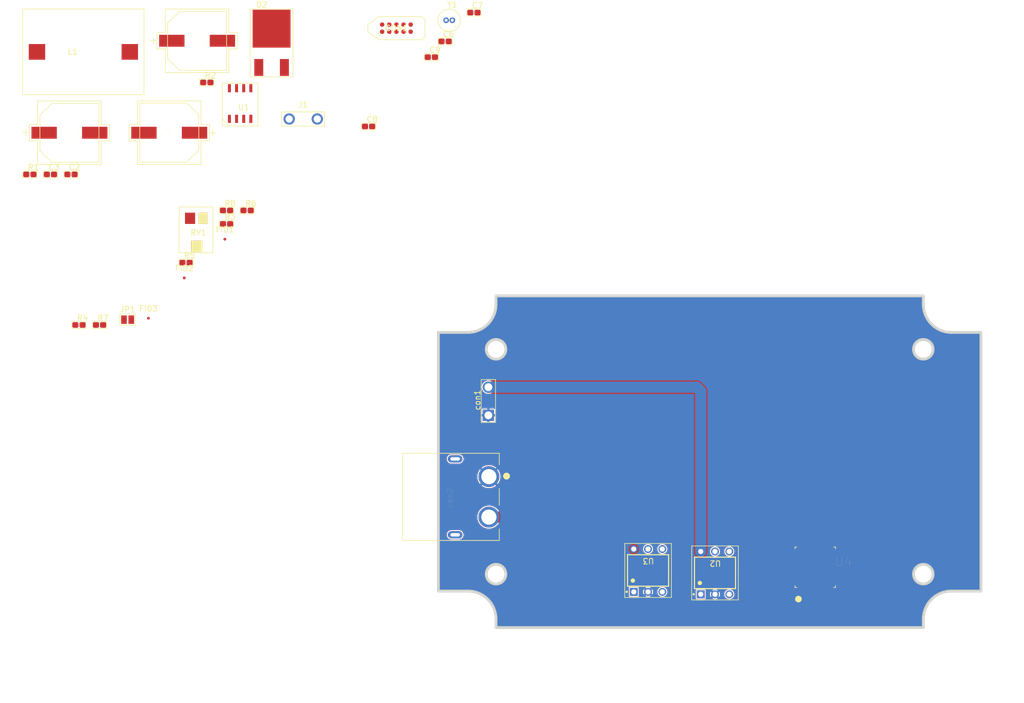
<source format=kicad_pcb>
(kicad_pcb (version 20210623) (generator pcbnew)
  (layers (0 "F.Cu" signal) (31 "B.Cu" signal) (34 "B.Paste" user) (35 "F.Paste" user) (36 "B.SilkS" user "B.Silkscreen") (37 "F.SilkS" user "F.Silkscreen") (38 "B.Mask" user) (39 "F.Mask" user) (44 "Edge.Cuts" user))
  (net 0 "")
  (net 1 "/dcdc/VIN")
  (net 2 "GND")
  (net 3 "Net-(C2-Pad1)")
  (net 4 "Net-(C3-Pad1)")
  (net 5 "Net-(C3-Pad2)")
  (net 6 "+3V3")
  (net 7 "/microcontroller/OSC_32_IN")
  (net 8 "/microcontroller/OSC_32_OUT")
  (net 9 "/microcontroller/SWDIO")
  (net 10 "/microcontroller/SWDCLK")
  (net 14 "/microcontroller/RST")
  (net 15 "/VM1")
  (net 16 "Net-(JP1-Pad1)")
  (net 17 "Net-(R1-Pad2)")
  (net 18 "Net-(R3-Pad1)")
  (net 19 "/VM0")
  (net 20 "Net-(R5-Pad1)")
  (net 21 "Net-(R5-Pad2)")
  (net 22 "/microcontroller/SSR1")
  (net 23 "Net-(R7-Pad2)")
  (net 24 "/microcontroller/SSR0")
  (net 25 "Net-(R8-Pad2)")
  (footprint "vanalles:0603" (layer "F.Cu") (at 69.235 62.640392)
    (fp_text reference "R5" (at 0.635 -1.265) (layer "F.SilkS"))
    (fp_text value "900K")
    (fp_line (start -1.27 0.64) (end -1.27 0.005) (layer "F.SilkS") (width 0.12))
    (fp_line (start -1.27 -0.63) (end 1.27 -0.63) (layer "F.SilkS") (width 0.12))
    (fp_line (start 1.27 -0.63) (end 1.27 0.64) (layer "F.SilkS") (width 0.12))
    (fp_line (start -1.27 0.005) (end -1.27 -0.63) (layer "F.SilkS") (width 0.12))
    (fp_line (start 1.27 0.64) (end -1.27 0.64) (layer "F.SilkS") (width 0.12))
    (pad "1" smd roundrect (at -0.635 0.005 90) (size 1 1.1) (layers "F.Cu" "F.Paste" "F.Mask") (net 20 "Net-(R5-Pad1)"))
    (pad "2" smd roundrect (at 0.635 0.005 90) (size 1 1.1) (layers "F.Cu" "F.Paste" "F.Mask") (net 21 "Net-(R5-Pad2)"))
  )
  (footprint "vanalles:crystal tht" (layer "F.Cu") (at 115.505 19.540392)
    (fp_text reference "Y1" (at 1.1 -2.75 unlocked) (layer "F.SilkS"))
    (fp_text value "32khz")
    (fp_circle (center 0.55 0) (end 2.55 0) (layer "F.SilkS") (width 0.12) (fill none))
    (fp_circle (center 1.65 1.1) (end 1.65 1.1) (layer "F.SilkS") (width 0.12) (fill none))
    (pad "1" thru_hole circle (at 0 0) (size 1 1) (drill 0.5) (layers *.Cu *.Mask) (net 8 "/microcontroller/OSC_32_OUT"))
    (pad "2" thru_hole circle (at 1.1 0) (size 1 1) (drill 0.5) (layers *.Cu *.Mask) (net 7 "/microcontroller/OSC_32_IN"))
  )
  (footprint "vanalles:CAPAE1030X1050D1200L350X90N" (layer "F.Cu") (at 48.5 39.540392)
    (fp_text reference "C4" (at 0.645 0.26) (layer "F.SilkS") (effects (font (size 1.574803 1.574803) (thickness 0.015))))
    (fp_text value "68uF/10V")
    (fp_line (start 7.145 -1.44) (end 7.145 1.46) (layer "F.SilkS") (width 0.12))
    (fp_line (start -5.655 1.46) (end -7.155 1.46) (layer "F.SilkS") (width 0.12))
    (fp_line (start 5.245 -5.24) (end 5.245 -1.04) (layer "F.SilkS") (width 0.12))
    (fp_line (start -5.255 -1.24) (end -5.255 -3.14) (layer "F.SilkS") (width 0.12))
    (fp_line (start -7.155 1.46) (end -7.155 -1.44) (layer "F.SilkS") (width 0.12))
    (fp_line (start 5.645 1.46) (end 5.645 5.66) (layer "F.SilkS") (width 0.12))
    (fp_line (start 5.645 -1.44) (end 7.145 -1.44) (layer "F.SilkS") (width 0.12))
    (fp_line (start -5.255 3.16) (end -5.255 -1.24) (layer "F.SilkS") (width 0.12))
    (fp_line (start -7.755 0.46) (end -7.755 0.56) (layer "F.SilkS") (width 0.12))
    (fp_line (start -8.255 -0.04) (end -7.355 -0.04) (layer "F.SilkS") (width 0.12))
    (fp_line (start -3.055 -5.24) (end 5.245 -5.24) (layer "F.SilkS") (width 0.12))
    (fp_line (start 5.245 5.26) (end -3.155 5.26) (layer "F.SilkS") (width 0.12))
    (fp_line (start -7.155 -1.44) (end -5.655 -1.44) (layer "F.SilkS") (width 0.12))
    (fp_line (start -5.255 -3.14) (end -3.055 -5.24) (layer "F.SilkS") (width 0.12))
    (fp_line (start -7.755 -0.54) (end -7.755 0.46) (layer "F.SilkS") (width 0.12))
    (fp_line (start 7.145 1.46) (end 5.645 1.46) (layer "F.SilkS") (width 0.12))
    (fp_line (start 5.245 -1.04) (end 5.245 5.26) (layer "F.SilkS") (width 0.12))
    (fp_line (start 5.645 5.66) (end -5.655 5.66) (layer "F.SilkS") (width 0.12))
    (fp_line (start -5.655 -1.44) (end -5.655 -5.64) (layer "F.SilkS") (width 0.12))
    (fp_line (start -5.655 5.66) (end -5.655 1.46) (layer "F.SilkS") (width 0.12))
    (fp_line (start 5.645 -5.64) (end 5.645 -1.44) (layer "F.SilkS") (width 0.12))
    (fp_line (start -3.155 5.26) (end -5.255 3.16) (layer "F.SilkS") (width 0.12))
    (fp_line (start -5.655 -5.64) (end 5.645 -5.64) (layer "F.SilkS") (width 0.12))
    (pad "1" smd rect (at -4.5 0) (size 4.51 2.12) (layers "F.Cu" "F.Paste" "F.Mask") (net 6 "+3V3"))
    (pad "2" smd rect (at 4.5 0) (size 4.51 2.12) (layers "F.Cu" "F.Paste" "F.Mask") (net 2 "GND"))
  )
  (footprint "connectors_user:Tag-Connect_TC2050-IDC-NL_2x05_P1.27mm_Vertical" (layer "F.Cu") (at 106.658 20.940392)
    (fp_text reference "CON1" (at 0 0) (layer "F.SilkS"))
    (fp_text value "jtag")
    (fp_line (start -3.175 1.27) (end -3.175 0.635) (layer "F.SilkS") (width 0.12))
    (fp_line (start -2.54 1.27) (end -3.175 1.27) (layer "F.SilkS") (width 0.12))
    (fp_line (start -5.08 -0.65) (end -3.1 -2.05) (layer "F.SilkS") (width 0.12))
    (fp_line (start 4.48 2.05) (end 5.08 1.45) (layer "F.SilkS") (width 0.12))
    (fp_line (start -5.08 0.65) (end -5.08 -0.65) (layer "F.SilkS") (width 0.12))
    (fp_line (start 4.48 -2.05) (end 5.08 -1.45) (layer "F.SilkS") (width 0.12))
    (fp_line (start 5.08 -1.45) (end 5.08 1.45) (layer "F.SilkS") (width 0.12))
    (fp_line (start 4.48 2.05) (end -3.1 2.05) (layer "F.SilkS") (width 0.12))
    (fp_line (start -3.1 -2.05) (end 4.48 -2.05) (layer "F.SilkS") (width 0.12))
    (fp_line (start -3.1 2.05) (end -5.08 0.65) (layer "F.SilkS") (width 0.12))
    (pad "" np_thru_hole circle (at -3.81 0) (size 0.9906 0.9906) (drill 0.9906) (layers *.Cu *.Mask))
    (pad "" np_thru_hole circle (at 3.81 -1.016) (size 0.9906 0.9906) (drill 0.9906) (layers *.Cu *.Mask))
    (pad "" np_thru_hole circle (at 3.81 1.016) (size 0.9906 0.9906) (drill 0.9906) (layers *.Cu *.Mask))
    (pad "1" connect circle (at -2.54 0.635) (size 0.7874 0.7874) (layers "F.Cu" "F.Mask") (net 6 "+3V3"))
    (pad "2" connect circle (at -1.27 0.635) (size 0.7874 0.7874) (layers "F.Cu" "F.Mask") (net 9 "/microcontroller/SWDIO"))
    (pad "3" connect circle (at 0 0.635) (size 0.7874 0.7874) (layers "F.Cu" "F.Mask") (net 2 "GND"))
    (pad "4" connect circle (at 1.27 0.635) (size 0.7874 0.7874) (layers "F.Cu" "F.Mask") (net 10 "/microcontroller/SWDCLK"))
    (pad "5" connect circle (at 2.54 0.635) (size 0.7874 0.7874) (layers "F.Cu" "F.Mask") (net 2 "GND"))
    (pad "6" connect circle (at 2.54 -0.635) (size 0.7874 0.7874) (layers "F.Cu" "F.Mask"))
    (pad "7" connect circle (at 1.27 -0.635) (size 0.7874 0.7874) (layers "F.Cu" "F.Mask"))
    (pad "8" connect circle (at 0 -0.635) (size 0.7874 0.7874) (layers "F.Cu" "F.Mask"))
    (pad "9" connect circle (at -1.27 -0.635) (size 0.7874 0.7874) (layers "F.Cu" "F.Mask") (net 2 "GND"))
    (pad "10" connect circle (at -2.54 -0.635) (size 0.7874 0.7874) (layers "F.Cu" "F.Mask") (net 14 "/microcontroller/RST"))
  )
  (footprint "vanalles:0603" (layer "F.Cu") (at 80.105 53.360392)
    (fp_text reference "R6" (at 0.635 -1.265) (layer "F.SilkS"))
    (fp_text value "58K")
    (fp_line (start -1.27 -0.63) (end 1.27 -0.63) (layer "F.SilkS") (width 0.12))
    (fp_line (start 1.27 -0.63) (end 1.27 0.64) (layer "F.SilkS") (width 0.12))
    (fp_line (start -1.27 0.64) (end -1.27 0.005) (layer "F.SilkS") (width 0.12))
    (fp_line (start -1.27 0.005) (end -1.27 -0.63) (layer "F.SilkS") (width 0.12))
    (fp_line (start 1.27 0.64) (end -1.27 0.64) (layer "F.SilkS") (width 0.12))
    (pad "1" smd roundrect (at -0.635 0.005 90) (size 1 1.1) (layers "F.Cu" "F.Paste" "F.Mask") (net 16 "Net-(JP1-Pad1)"))
    (pad "2" smd roundrect (at 0.635 0.005 90) (size 1 1.1) (layers "F.Cu" "F.Paste" "F.Mask") (net 2 "GND"))
  )
  (footprint "vanalles:SolderJumper-2_P1.3mm_Open_Pad1.0x1.5mm" (layer "F.Cu") (at 58.85 72.785392)
    (fp_text reference "JP1" (at 0 -1.8) (layer "F.SilkS"))
    (fp_text value "Jumper_2_Open")
    (fp_line (start 1.4 1) (end -1.4 1) (layer "F.SilkS") (width 0.12))
    (fp_line (start -1.4 -1) (end 1.4 -1) (layer "F.SilkS") (width 0.12))
    (fp_line (start -1.4 1) (end -1.4 -1) (layer "F.SilkS") (width 0.12))
    (fp_line (start 1.4 -1) (end 1.4 1) (layer "F.SilkS") (width 0.12))
    (pad "1" smd rect (at -0.65 0) (size 1 1.5) (layers "F.Cu" "F.Mask") (net 16 "Net-(JP1-Pad1)"))
    (pad "2" smd rect (at 0.65 0) (size 1 1.5) (layers "F.Cu" "F.Mask") (net 15 "/VM1"))
  )
  (footprint "vanalles:0603" (layer "F.Cu") (at 120.445 18.170392)
    (fp_text reference "C7" (at 0.635 -1.265) (layer "F.SilkS"))
    (fp_text value "1uF")
    (fp_line (start 1.27 0.64) (end -1.27 0.64) (layer "F.SilkS") (width 0.12))
    (fp_line (start -1.27 -0.63) (end 1.27 -0.63) (layer "F.SilkS") (width 0.12))
    (fp_line (start -1.27 0.005) (end -1.27 -0.63) (layer "F.SilkS") (width 0.12))
    (fp_line (start 1.27 -0.63) (end 1.27 0.64) (layer "F.SilkS") (width 0.12))
    (fp_line (start -1.27 0.64) (end -1.27 0.005) (layer "F.SilkS") (width 0.12))
    (pad "1" smd roundrect (at -0.635 0.005 90) (size 1 1.1) (layers "F.Cu" "F.Paste" "F.Mask") (net 6 "+3V3"))
    (pad "2" smd roundrect (at 0.635 0.005 90) (size 1 1.1) (layers "F.Cu" "F.Paste" "F.Mask") (net 2 "GND"))
  )
  (footprint "vanalles:3314G-1-201E bourns trimmer" (layer "F.Cu") (at 69.955 54.760392)
    (fp_text reference "RV1" (at 1.48 2.54 unlocked) (layer "F.SilkS"))
    (fp_text value "100K")
    (fp_line (start 4.04 6.13) (end -1.99 6.13) (layer "F.SilkS") (width 0.12))
    (fp_line (start 4.1 -2.01) (end 4.04 6.13) (layer "F.SilkS") (width 0.12))
    (fp_line (start -1.99 6.13) (end -1.91 -2.03) (layer "F.SilkS") (width 0.12))
    (fp_line (start -1.91 -2.03) (end 4.1 -2.01) (layer "F.SilkS") (width 0.12))
    (pad "1" smd rect (at 0 0) (size 1.8 2) (layers "F.Cu" "F.Paste" "F.Mask") (net 21 "Net-(R5-Pad2)"))
    (pad "2" smd rect (at 1.21 5) (size 2 2) (layers "F.Cu" "F.Paste" "F.SilkS" "F.Mask") (net 16 "Net-(JP1-Pad1)"))
    (pad "3" smd rect (at 2.3 0) (size 1.5 2) (layers "F.Cu" "F.Paste" "F.SilkS" "F.Mask") (net 16 "Net-(JP1-Pad1)"))
  )
  (footprint "halfgeleiders:DPAK" (layer "F.Cu") (at 84.465 23.570392)
    (fp_text reference "D2" (at -1.788 -6.792) (layer "F.SilkS"))
    (fp_text value "MBRM5100")
    (fp_line (start 3.8 1.336) (end 3.8 -6.03) (layer "F.SilkS") (width 0.12))
    (fp_line (start -3.82 6.035) (end 3.8 6.035) (layer "F.SilkS") (width 0.12))
    (fp_line (start 3.8 -6.03) (end -3.82 -6.03) (layer "F.SilkS") (width 0.12))
    (fp_line (start 3.8 6.035) (end 3.8 1.336) (layer "F.SilkS") (width 0.12))
    (fp_line (start -3.82 -6.03) (end -3.82 6.035) (layer "F.SilkS") (width 0.12))
    (pad "1" smd rect locked (at -2.28838 4.3586) (size 1.59766 2.99974) (layers "F.Cu" "F.Paste" "F.Mask") (net 2 "GND"))
    (pad "3" smd rect locked (at 2.26838 4.3586) (size 1.59766 2.99974) (layers "F.Cu" "F.Paste" "F.Mask") (net 2 "GND"))
    (pad "4" smd rect locked (at -0.01 -2.5375) (size 6.74 6.74) (layers "F.Cu" "F.Paste" "F.Mask") (net 5 "Net-(C3-Pad2)"))
  )
  (footprint "halfgeleiders:TLP3542" (layer "F.Cu") (at 151.48 117.37 90)
    (fp_text reference "U3" (at 1.67 0 180 unlocked) (layer "F.SilkS"))
    (fp_text value "TLP3542")
    (fp_line (start 4.77 -4.2) (end 4.76 4.09) (layer "F.SilkS") (width 0.12))
    (fp_line (start -4.84 -4.21) (end 4.77 -4.2) (layer "F.SilkS") (width 0.12))
    (fp_line (start -2.03 -2.66) (end -1.83 -2.76) (layer "F.SilkS") (width 0.2))
    (fp_line (start -1.63 -2.76) (end -1.73 -2.56) (layer "F.SilkS") (width 0.2))
    (fp_line (start -2.83 -3.71) (end 2.77 -3.71) (layer "F.SilkS") (width 0.2))
    (fp_line (start -1.83 -2.96) (end -1.63 -2.76) (layer "F.SilkS") (width 0.2))
    (fp_line (start 2.77 3.59) (end -2.83 3.59) (layer "F.SilkS") (width 0.2))
    (fp_line (start -2.03 -2.66) (end -1.83 -2.96) (layer "F.SilkS") (width 0.2))
    (fp_line (start -1.73 -2.56) (end -2.03 -2.66) (layer "F.SilkS") (width 0.2))
    (fp_line (start -4.83 4.08) (end -4.84 -4.21) (layer "F.SilkS") (width 0.12))
    (fp_line (start 4.76 4.09) (end -4.83 4.08) (layer "F.SilkS") (width 0.12))
    (fp_line (start 2.77 -3.71) (end 2.77 3.59) (layer "F.SilkS") (width 0.2))
    (fp_line (start -2.83 3.59) (end -2.83 -3.71) (layer "F.SilkS") (width 0.2))
    (fp_circle (center -1.83 -2.76) (end -1.547159 -2.76) (layer "F.SilkS") (width 0.2) (fill none))
    (fp_circle (center -3.83 -3.86) (end -3.73 -3.86) (layer "F.SilkS") (width 0.2) (fill none))
    (pad "1" thru_hole rect locked (at -3.84 -2.6 90) (size 1.4 1.4) (drill 0.9) (layers *.Cu *.Mask) (net 25 "Net-(R8-Pad2)"))
    (pad "2" thru_hole circle locked (at -3.84 -0.06 90) (size 1.4 1.4) (drill 0.9) (layers *.Cu *.Mask) (net 2 "GND"))
    (pad "3" thru_hole circle locked (at -3.84 2.48 90) (size 1.4 1.4) (drill 0.9) (layers *.Cu *.Mask))
    (pad "4" thru_hole circle locked (at 3.78 2.48 90) (size 1.4 1.4) (drill 0.9) (layers *.Cu *.Mask) (net 1 "/dcdc/VIN"))
    (pad "5" thru_hole circle locked (at 3.78 -0.06 90) (size 1.4 1.4) (drill 0.9) (layers *.Cu *.Mask))
    (pad "6" thru_hole circle locked (at 3.78 -2.6 90) (size 1.4 1.4) (drill 0.9) (layers *.Cu *.Mask) (net 20 "Net-(R5-Pad1)"))
  )
  (footprint "halfgeleiders:QFP32P80_900X900X160L60X37N" (layer "F.Cu") (at 181.16 116.828221)
    (fp_text reference "U4" (at 5 -1) (layer "F.SilkS") (effects (font (size 1.574803 1.574803) (thickness 0.015))))
    (fp_text value "STM32L052K6Tx")
    (fp_line (start -3.6 3.6) (end -3.6 3.27) (layer "F.SilkS") (width 0.12))
    (fp_line (start -3.6 -3.6) (end -3.6 -3.27) (layer "F.SilkS") (width 0.12))
    (fp_line (start -3.27 -3.6) (end -3.6 -3.6) (layer "F.SilkS") (width 0.12))
    (fp_line (start 3.27 -3.6) (end 3.6 -3.6) (layer "F.SilkS") (width 0.12))
    (fp_line (start -3.27 3.6) (end -3.6 3.6) (layer "F.SilkS") (width 0.12))
    (fp_line (start 3.6 3.6) (end 3.6 3.27) (layer "F.SilkS") (width 0.12))
    (fp_line (start 3.27 3.6) (end 3.6 3.6) (layer "F.SilkS") (width 0.12))
    (fp_line (start 3.6 -3.6) (end 3.6 -3.27) (layer "F.SilkS") (width 0.12))
    (fp_circle (center -2.99 5.66) (end -2.41 5.76) (layer "F.SilkS") (width 0) (fill solid))
    (pad "1" smd rect (at -2.8 4.13) (size 0.57 1.46) (layers "F.Cu" "F.Paste" "F.Mask") (net 6 "+3V3"))
    (pad "2" smd rect (at -2 4.13) (size 0.57 1.46) (layers "F.Cu" "F.Paste" "F.Mask") (net 7 "/microcontroller/OSC_32_IN"))
    (pad "3" smd rect (at -1.2 4.13) (size 0.57 1.46) (layers "F.Cu" "F.Paste" "F.Mask") (net 8 "/microcontroller/OSC_32_OUT"))
    (pad "4" smd rect (at -0.4 4.13) (size 0.57 1.46) (layers "F.Cu" "F.Paste" "F.Mask") (net 14 "/microcontroller/RST"))
    (pad "5" smd rect (at 0.4 4.13) (size 0.57 1.46) (layers "F.Cu" "F.Paste" "F.Mask") (net 6 "+3V3"))
    (pad "6" smd rect (at 1.2 4.13) (size 0.57 1.46) (layers "F.Cu" "F.Paste" "F.Mask") (net 19 "/VM0"))
    (pad "7" smd rect (at 2 4.13) (size 0.57 1.46) (layers "F.Cu" "F.Paste" "F.Mask") (net 15 "/VM1"))
    (pad "8" smd rect (at 2.8 4.13) (size 0.57 1.46) (layers "F.Cu" "F.Paste" "F.Mask"))
    (pad "9" smd rect (at 4.13 2.8) (size 1.46 0.57) (layers "F.Cu" "F.Paste" "F.Mask"))
    (pad "10" smd rect (at 4.13 2) (size 1.46 0.57) (layers "F.Cu" "F.Paste" "F.Mask"))
    (pad "11" smd rect (at 4.13 1.2) (size 1.46 0.57) (layers "F.Cu" "F.Paste" "F.Mask"))
    (pad "12" smd rect (at 4.13 0.4) (size 1.46 0.57) (layers "F.Cu" "F.Paste" "F.Mask"))
    (pad "13" smd rect (at 4.13 -0.4) (size 1.46 0.57) (layers "F.Cu" "F.Paste" "F.Mask"))
    (pad "14" smd rect (at 4.13 -1.2) (size 1.46 0.57) (layers "F.Cu" "F.Paste" "F.Mask"))
    (pad "15" smd rect (at 4.13 -2) (size 1.46 0.57) (layers "F.Cu" "F.Paste" "F.Mask"))
    (pad "16" smd rect (at 4.13 -2.8) (size 1.46 0.57) (layers "F.Cu" "F.Paste" "F.Mask") (net 2 "GND"))
    (pad "17" smd rect (at 2.8 -4.13) (size 0.57 1.46) (layers "F.Cu" "F.Paste" "F.Mask") (net 6 "+3V3"))
    (pad "18" smd rect (at 2 -4.13) (size 0.57 1.46) (layers "F.Cu" "F.Paste" "F.Mask"))
    (pad "19" smd rect (at 1.2 -4.13) (size 0.57 1.46) (layers "F.Cu" "F.Paste" "F.Mask"))
    (pad "20" smd rect (at 0.4 -4.13) (size 0.57 1.46) (layers "F.Cu" "F.Paste" "F.Mask"))
    (pad "21" smd rect (at -0.4 -4.13) (size 0.57 1.46) (layers "F.Cu" "F.Paste" "F.Mask") (net 24 "/microcontroller/SSR0"))
    (pad "22" smd rect (at -1.2 -4.13) (size 0.57 1.46) (layers "F.Cu" "F.Paste" "F.Mask") (net 22 "/microcontroller/SSR1"))
    (pad "23" smd rect (at -2 -4.13) (size 0.57 1.46) (layers "F.Cu" "F.Paste" "F.Mask") (net 9 "/microcontroller/SWDIO"))
    (pad "24" smd rect (at -2.8 -4.13) (size 0.57 1.46) (layers "F.Cu" "F.Paste" "F.Mask") (net 10 "/microcontroller/SWDCLK"))
    (pad "25" smd rect (at -4.13 -2.8) (size 1.46 0.57) (layers "F.Cu" "F.Paste" "F.Mask"))
    (pad "26" smd rect (at -4.13 -2) (size 1.46 0.57) (layers "F.Cu" "F.Paste" "F.Mask"))
    (pad "27" smd rect (at -4.13 -1.2) (size 1.46 0.57) (layers "F.Cu" "F.Paste" "F.Mask"))
    (pad "28" smd rect (at -4.13 -0.4) (size 1.46 0.57) (layers "F.Cu" "F.Paste" "F.Mask"))
    (pad "29" smd rect (at -4.13 0.4) (size 1.46 0.57) (layers "F.Cu" "F.Paste" "F.Mask"))
    (pad "30" smd rect (at -4.13 1.2) (size 1.46 0.57) (layers "F.Cu" "F.Paste" "F.Mask"))
    (pad "31" smd rect (at -4.13 2) (size 1.46 0.57) (layers "F.Cu" "F.Paste" "F.Mask") (net 2 "GND"))
    (pad "32" smd rect (at -4.13 2.8) (size 1.46 0.57) (layers "F.Cu" "F.Paste" "F.Mask") (net 2 "GND"))
  )
  (footprint "vanalles:0603" (layer "F.Cu") (at 45.115 46.950392)
    (fp_text reference "C3" (at 0.635 -1.265) (layer "F.SilkS"))
    (fp_text value "0.1uF")
    (fp_line (start -1.27 0.005) (end -1.27 -0.63) (layer "F.SilkS") (width 0.12))
    (fp_line (start 1.27 -0.63) (end 1.27 0.64) (layer "F.SilkS") (width 0.12))
    (fp_line (start 1.27 0.64) (end -1.27 0.64) (layer "F.SilkS") (width 0.12))
    (fp_line (start -1.27 -0.63) (end 1.27 -0.63) (layer "F.SilkS") (width 0.12))
    (fp_line (start -1.27 0.64) (end -1.27 0.005) (layer "F.SilkS") (width 0.12))
    (pad "1" smd roundrect (at -0.635 0.005 90) (size 1 1.1) (layers "F.Cu" "F.Paste" "F.Mask") (net 4 "Net-(C3-Pad1)"))
    (pad "2" smd roundrect (at 0.635 0.005 90) (size 1 1.1) (layers "F.Cu" "F.Paste" "F.Mask") (net 5 "Net-(C3-Pad2)"))
  )
  (footprint "vanalles:0603" (layer "F.Cu") (at 101.705 38.420392)
    (fp_text reference "C8" (at 0.635 -1.265) (layer "F.SilkS"))
    (fp_text value "6.8pF")
    (fp_line (start 1.27 0.64) (end -1.27 0.64) (layer "F.SilkS") (width 0.12))
    (fp_line (start 1.27 -0.63) (end 1.27 0.64) (layer "F.SilkS") (width 0.12))
    (fp_line (start -1.27 0.64) (end -1.27 0.005) (layer "F.SilkS") (width 0.12))
    (fp_line (start -1.27 -0.63) (end 1.27 -0.63) (layer "F.SilkS") (width 0.12))
    (fp_line (start -1.27 0.005) (end -1.27 -0.63) (layer "F.SilkS") (width 0.12))
    (pad "1" smd roundrect (at -0.635 0.005 90) (size 1 1.1) (layers "F.Cu" "F.Paste" "F.Mask") (net 7 "/microcontroller/OSC_32_IN"))
    (pad "2" smd roundrect (at 0.635 0.005 90) (size 1 1.1) (layers "F.Cu" "F.Paste" "F.Mask") (net 2 "GND"))
  )
  (footprint "vanalles:0603" (layer "F.Cu") (at 50.195 73.730392)
    (fp_text reference "R4" (at 0.635 -1.265) (layer "F.SilkS"))
    (fp_text value "58Kohm")
    (fp_line (start 1.27 0.64) (end -1.27 0.64) (layer "F.SilkS") (width 0.12))
    (fp_line (start -1.27 -0.63) (end 1.27 -0.63) (layer "F.SilkS") (width 0.12))
    (fp_line (start 1.27 -0.63) (end 1.27 0.64) (layer "F.SilkS") (width 0.12))
    (fp_line (start -1.27 0.64) (end -1.27 0.005) (layer "F.SilkS") (width 0.12))
    (fp_line (start -1.27 0.005) (end -1.27 -0.63) (layer "F.SilkS") (width 0.12))
    (pad "1" smd roundrect (at -0.635 0.005 90) (size 1 1.1) (layers "F.Cu" "F.Paste" "F.Mask") (net 19 "/VM0"))
    (pad "2" smd roundrect (at 0.635 0.005 90) (size 1 1.1) (layers "F.Cu" "F.Paste" "F.Mask") (net 2 "GND"))
  )
  (footprint "connectors_user:2pin_screw_vast" (layer "F.Cu") (at 90.045 37.095)
    (fp_text reference "J1" (at 0 -2.54) (layer "F.SilkS"))
    (fp_text value "Screw_Terminal_01x02")
    (fp_line (start -3.81 1.27) (end -3.81 0) (layer "F.SilkS") (width 0.12))
    (fp_line (start -3.81 -1.27) (end 3.81 -1.27) (layer "F.SilkS") (width 0.12))
    (fp_line (start -3.81 0) (end -3.81 -1.27) (layer "F.SilkS") (width 0.12))
    (fp_line (start 3.81 -1.27) (end 3.81 1.27) (layer "F.SilkS") (width 0.12))
    (fp_line (start -3.81 1.27) (end 3.81 1.27) (layer "F.SilkS") (width 0.12))
    (fp_line (start 3.81 0) (end 3.81 -1.27) (layer "F.SilkS") (width 0.12))
    (pad "1" thru_hole circle (at -2.46 0) (size 2 2) (drill 1.3) (layers *.Cu *.Mask "Dwgs.User") (net 6 "+3V3"))
    (pad "2" thru_hole circle (at 2.54 0) (size 2 2) (drill 1.3) (layers *.Cu *.Mask) (net 2 "GND"))
  )
  (footprint "halfgeleiders:TLP3542" (layer "F.Cu") (at 163.39 117.8 90)
    (fp_text reference "U2" (at 1.67 0 180 unlocked) (layer "F.SilkS"))
    (fp_text value "TLP3542")
    (fp_line (start 4.77 -4.2) (end 4.76 4.09) (layer "F.SilkS") (width 0.12))
    (fp_line (start -1.83 -2.96) (end -1.63 -2.76) (layer "F.SilkS") (width 0.2))
    (fp_line (start -2.03 -2.66) (end -1.83 -2.76) (layer "F.SilkS") (width 0.2))
    (fp_line (start -2.83 3.59) (end -2.83 -3.71) (layer "F.SilkS") (width 0.2))
    (fp_line (start -4.84 -4.21) (end 4.77 -4.2) (layer "F.SilkS") (width 0.12))
    (fp_line (start 2.77 -3.71) (end 2.77 3.59) (layer "F.SilkS") (width 0.2))
    (fp_line (start 2.77 3.59) (end -2.83 3.59) (layer "F.SilkS") (width 0.2))
    (fp_line (start -1.63 -2.76) (end -1.73 -2.56) (layer "F.SilkS") (width 0.2))
    (fp_line (start 4.76 4.09) (end -4.83 4.08) (layer "F.SilkS") (width 0.12))
    (fp_line (start -4.83 4.08) (end -4.84 -4.21) (layer "F.SilkS") (width 0.12))
    (fp_line (start -1.73 -2.56) (end -2.03 -2.66) (layer "F.SilkS") (width 0.2))
    (fp_line (start -2.83 -3.71) (end 2.77 -3.71) (layer "F.SilkS") (width 0.2))
    (fp_line (start -2.03 -2.66) (end -1.83 -2.96) (layer "F.SilkS") (width 0.2))
    (fp_circle (center -3.83 -3.86) (end -3.73 -3.86) (layer "F.SilkS") (width 0.2) (fill none))
    (fp_circle (center -1.83 -2.76) (end -1.547159 -2.76) (layer "F.SilkS") (width 0.2) (fill none))
    (pad "1" thru_hole rect locked (at -3.84 -2.6 90) (size 1.4 1.4) (drill 0.9) (layers *.Cu *.Mask) (net 23 "Net-(R7-Pad2)"))
    (pad "2" thru_hole circle locked (at -3.84 -0.06 90) (size 1.4 1.4) (drill 0.9) (layers *.Cu *.Mask) (net 2 "GND"))
    (pad "3" thru_hole circle locked (at -3.84 2.48 90) (size 1.4 1.4) (drill 0.9) (layers *.Cu *.Mask))
    (pad "4" thru_hole circle locked (at 3.78 2.48 90) (size 1.4 1.4) (drill 0.9) (layers *.Cu *.Mask) (net 1 "/dcdc/VIN"))
    (pad "5" thru_hole circle locked (at 3.78 -0.06 90) (size 1.4 1.4) (drill 0.9) (layers *.Cu *.Mask))
    (pad "6" thru_hole circle locked (at 3.78 -2.6 90) (size 1.4 1.4) (drill 0.9) (layers *.Cu *.Mask) (net 18 "Net-(R3-Pad1)"))
  )
  (footprint "vanalles:0603" (layer "F.Cu") (at 76.445 55.750392)
    (fp_text reference "R3" (at 0.635 -1.265) (layer "F.SilkS"))
    (fp_text value "1Mohm")
    (fp_line (start -1.27 0.64) (end -1.27 0.005) (layer "F.SilkS") (width 0.12))
    (fp_line (start -1.27 0.005) (end -1.27 -0.63) (layer "F.SilkS") (width 0.12))
    (fp_line (start -1.27 -0.63) (end 1.27 -0.63) (layer "F.SilkS") (width 0.12))
    (fp_line (start 1.27 -0.63) (end 1.27 0.64) (layer "F.SilkS") (width 0.12))
    (fp_line (start 1.27 0.64) (end -1.27 0.64) (layer "F.SilkS") (width 0.12))
    (pad "1" smd roundrect (at -0.635 0.005 90) (size 1 1.1) (layers "F.Cu" "F.Paste" "F.Mask") (net 18 "Net-(R3-Pad1)"))
    (pad "2" smd roundrect (at 0.635 0.005 90) (size 1 1.1) (layers "F.Cu" "F.Paste" "F.Mask") (net 19 "/VM0"))
  )
  (footprint "vanalles:Fiducial_0.5mm_Mask1.5mm" (layer "F.Cu") (at 68.93 65.365392)
    (fp_text reference "FID2" (at 0 -1.7145) (layer "F.SilkS"))
    (fp_text value "Fiducial")
    (pad "" smd circle (at 0 0) (size 0.5 0.5) (layers "F.Cu" "F.Mask") (clearance 0.5))
  )
  (footprint "vanalles:Fiducial_0.5mm_Mask1.5mm" (layer "F.Cu") (at 76.14 58.475392)
    (fp_text reference "FID1" (at 0 -1.7145) (layer "F.SilkS"))
    (fp_text value "Fiducial")
    (pad "" smd circle (at 0 0) (size 0.5 0.5) (layers "F.Cu" "F.Mask") (clearance 0.5))
  )
  (footprint "vanalles:0603" (layer "F.Cu") (at 112.875 26.090392)
    (fp_text reference "C9" (at 0.635 -1.265) (layer "F.SilkS"))
    (fp_text value "6.8pF")
    (fp_line (start -1.27 0.005) (end -1.27 -0.63) (layer "F.SilkS") (width 0.12))
    (fp_line (start -1.27 0.64) (end -1.27 0.005) (layer "F.SilkS") (width 0.12))
    (fp_line (start -1.27 -0.63) (end 1.27 -0.63) (layer "F.SilkS") (width 0.12))
    (fp_line (start 1.27 0.64) (end -1.27 0.64) (layer "F.SilkS") (width 0.12))
    (fp_line (start 1.27 -0.63) (end 1.27 0.64) (layer "F.SilkS") (width 0.12))
    (pad "1" smd roundrect (at -0.635 0.005 90) (size 1 1.1) (layers "F.Cu" "F.Paste" "F.Mask") (net 8 "/microcontroller/OSC_32_OUT"))
    (pad "2" smd roundrect (at 0.635 0.005 90) (size 1 1.1) (layers "F.Cu" "F.Paste" "F.Mask") (net 2 "GND"))
  )
  (footprint "vanalles:Fiducial_0.5mm_Mask1.5mm" (layer "F.Cu") (at 62.55 72.535392)
    (fp_text reference "FID3" (at 0 -1.7145) (layer "F.SilkS"))
    (fp_text value "Fiducial")
    (pad "" smd circle (at 0 0) (size 0.5 0.5) (layers "F.Cu" "F.Mask") (clearance 0.5))
  )
  (footprint "vanalles:CAPAE1030X1050D1200L350X90N" (layer "F.Cu") (at 71.21 23.180392)
    (fp_text reference "C1" (at 0.645 0.26) (layer "F.SilkS") (effects (font (size 1.574803 1.574803) (thickness 0.015))))
    (fp_text value "68uF/100V")
    (fp_line (start -7.155 -1.44) (end -5.655 -1.44) (layer "F.SilkS") (width 0.12))
    (fp_line (start -5.255 -1.24) (end -5.255 -3.14) (layer "F.SilkS") (width 0.12))
    (fp_line (start -7.755 0.46) (end -7.755 0.56) (layer "F.SilkS") (width 0.12))
    (fp_line (start -5.255 3.16) (end -5.255 -1.24) (layer "F.SilkS") (width 0.12))
    (fp_line (start -3.155 5.26) (end -5.255 3.16) (layer "F.SilkS") (width 0.12))
    (fp_line (start -5.655 1.46) (end -7.155 1.46) (layer "F.SilkS") (width 0.12))
    (fp_line (start 5.245 5.26) (end -3.155 5.26) (layer "F.SilkS") (width 0.12))
    (fp_line (start 5.645 -5.64) (end 5.645 -1.44) (layer "F.SilkS") (width 0.12))
    (fp_line (start 5.645 5.66) (end -5.655 5.66) (layer "F.SilkS") (width 0.12))
    (fp_line (start -5.255 -3.14) (end -3.055 -5.24) (layer "F.SilkS") (width 0.12))
    (fp_line (start -5.655 -1.44) (end -5.655 -5.64) (layer "F.SilkS") (width 0.12))
    (fp_line (start 5.245 -1.04) (end 5.245 5.26) (layer "F.SilkS") (width 0.12))
    (fp_line (start -7.755 -0.54) (end -7.755 0.46) (layer "F.SilkS") (width 0.12))
    (fp_line (start -7.155 1.46) (end -7.155 -1.44) (layer "F.SilkS") (width 0.12))
    (fp_line (start -5.655 -5.64) (end 5.645 -5.64) (layer "F.SilkS") (width 0.12))
    (fp_line (start -3.055 -5.24) (end 5.245 -5.24) (layer "F.SilkS") (width 0.12))
    (fp_line (start 5.645 -1.44) (end 7.145 -1.44) (layer "F.SilkS") (width 0.12))
    (fp_line (start 5.245 -5.24) (end 5.245 -1.04) (layer "F.SilkS") (width 0.12))
    (fp_line (start 7.145 -1.44) (end 7.145 1.46) (layer "F.SilkS") (width 0.12))
    (fp_line (start -8.255 -0.04) (end -7.355 -0.04) (layer "F.SilkS") (width 0.12))
    (fp_line (start 7.145 1.46) (end 5.645 1.46) (layer "F.SilkS") (width 0.12))
    (fp_line (start 5.645 1.46) (end 5.645 5.66) (layer "F.SilkS") (width 0.12))
    (fp_line (start -5.655 5.66) (end -5.655 1.46) (layer "F.SilkS") (width 0.12))
    (pad "1" smd rect (at -4.5 0) (size 4.51 2.12) (layers "F.Cu" "F.Paste" "F.Mask") (net 1 "/dcdc/VIN"))
    (pad "2" smd rect (at 4.5 0) (size 4.51 2.12) (layers "F.Cu" "F.Paste" "F.Mask") (net 2 "GND"))
  )
  (footprint "vanalles:0603" (layer "F.Cu") (at 48.775 46.950392)
    (fp_text reference "C2" (at 0.635 -1.265) (layer "F.SilkS"))
    (fp_text value "0.1uF")
    (fp_line (start 1.27 0.64) (end -1.27 0.64) (layer "F.SilkS") (width 0.12))
    (fp_line (start -1.27 0.005) (end -1.27 -0.63) (layer "F.SilkS") (width 0.12))
    (fp_line (start -1.27 0.64) (end -1.27 0.005) (layer "F.SilkS") (width 0.12))
    (fp_line (start 1.27 -0.63) (end 1.27 0.64) (layer "F.SilkS") (width 0.12))
    (fp_line (start -1.27 -0.63) (end 1.27 -0.63) (layer "F.SilkS") (width 0.12))
    (pad "1" smd roundrect (at -0.635 0.005 90) (size 1 1.1) (layers "F.Cu" "F.Paste" "F.Mask") (net 3 "Net-(C2-Pad1)"))
    (pad "2" smd roundrect (at 0.635 0.005 90) (size 1 1.1) (layers "F.Cu" "F.Paste" "F.Mask") (net 2 "GND"))
  )
  (footprint "vanalles:0603" (layer "F.Cu") (at 53.855 73.730392)
    (fp_text reference "R7" (at 0.635 -1.265) (layer "F.SilkS"))
    (fp_text value "1K ohm ")
    (fp_line (start -1.27 0.005) (end -1.27 -0.63) (layer "F.SilkS") (width 0.12))
    (fp_line (start 1.27 0.64) (end -1.27 0.64) (layer "F.SilkS") (width 0.12))
    (fp_line (start -1.27 -0.63) (end 1.27 -0.63) (layer "F.SilkS") (width 0.12))
    (fp_line (start -1.27 0.64) (end -1.27 0.005) (layer "F.SilkS") (width 0.12))
    (fp_line (start 1.27 -0.63) (end 1.27 0.64) (layer "F.SilkS") (width 0.12))
    (pad "1" smd roundrect (at -0.635 0.005 90) (size 1 1.1) (layers "F.Cu" "F.Paste" "F.Mask") (net 22 "/microcontroller/SSR1"))
    (pad "2" smd roundrect (at 0.635 0.005 90) (size 1 1.1) (layers "F.Cu" "F.Paste" "F.Mask") (net 23 "Net-(R7-Pad2)"))
  )
  (footprint "vanalles:0603" (layer "F.Cu") (at 41.455 46.950392)
    (fp_text reference "R1" (at 0.635 -1.265) (layer "F.SilkS"))
    (fp_text value "43.5Kohm/1%")
    (fp_line (start -1.27 -0.63) (end 1.27 -0.63) (layer "F.SilkS") (width 0.12))
    (fp_line (start -1.27 0.005) (end -1.27 -0.63) (layer "F.SilkS") (width 0.12))
    (fp_line (start -1.27 0.64) (end -1.27 0.005) (layer "F.SilkS") (width 0.12))
    (fp_line (start 1.27 -0.63) (end 1.27 0.64) (layer "F.SilkS") (width 0.12))
    (fp_line (start 1.27 0.64) (end -1.27 0.64) (layer "F.SilkS") (width 0.12))
    (pad "1" smd roundrect (at -0.635 0.005 90) (size 1 1.1) (layers "F.Cu" "F.Paste" "F.Mask") (net 1 "/dcdc/VIN"))
    (pad "2" smd roundrect (at 0.635 0.005 90) (size 1 1.1) (layers "F.Cu" "F.Paste" "F.Mask") (net 17 "Net-(R1-Pad2)"))
  )
  (footprint "vanalles:CAPAE1030X1050D1200L350X90N" (layer "F.Cu") (at 66.25 39.540392 180)
    (fp_text reference "C5" (at 0.645 0.26) (layer "F.SilkS") (effects (font (size 1.574803 1.574803) (thickness 0.015))))
    (fp_text value "0.22uF/100V")
    (fp_line (start 5.645 -1.44) (end 7.145 -1.44) (layer "F.SilkS") (width 0.12))
    (fp_line (start -7.155 -1.44) (end -5.655 -1.44) (layer "F.SilkS") (width 0.12))
    (fp_line (start -7.755 0.46) (end -7.755 0.56) (layer "F.SilkS") (width 0.12))
    (fp_line (start -3.055 -5.24) (end 5.245 -5.24) (layer "F.SilkS") (width 0.12))
    (fp_line (start -5.655 -5.64) (end 5.645 -5.64) (layer "F.SilkS") (width 0.12))
    (fp_line (start -7.755 -0.54) (end -7.755 0.46) (layer "F.SilkS") (width 0.12))
    (fp_line (start 5.645 -5.64) (end 5.645 -1.44) (layer "F.SilkS") (width 0.12))
    (fp_line (start -5.655 -1.44) (end -5.655 -5.64) (layer "F.SilkS") (width 0.12))
    (fp_line (start 7.145 1.46) (end 5.645 1.46) (layer "F.SilkS") (width 0.12))
    (fp_line (start 5.245 -5.24) (end 5.245 -1.04) (layer "F.SilkS") (width 0.12))
    (fp_line (start -5.255 3.16) (end -5.255 -1.24) (layer "F.SilkS") (width 0.12))
    (fp_line (start -5.255 -1.24) (end -5.255 -3.14) (layer "F.SilkS") (width 0.12))
    (fp_line (start 5.645 1.46) (end 5.645 5.66) (layer "F.SilkS") (width 0.12))
    (fp_line (start -8.255 -0.04) (end -7.355 -0.04) (layer "F.SilkS") (width 0.12))
    (fp_line (start -7.155 1.46) (end -7.155 -1.44) (layer "F.SilkS") (width 0.12))
    (fp_line (start 5.245 5.26) (end -3.155 5.26) (layer "F.SilkS") (width 0.12))
    (fp_line (start 7.145 -1.44) (end 7.145 1.46) (layer "F.SilkS") (width 0.12))
    (fp_line (start -5.255 -3.14) (end -3.055 -5.24) (layer "F.SilkS") (width 0.12))
    (fp_line (start -3.155 5.26) (end -5.255 3.16) (layer "F.SilkS") (width 0.12))
    (fp_line (start -5.655 5.66) (end -5.655 1.46) (layer "F.SilkS") (width 0.12))
    (fp_line (start -5.655 1.46) (end -7.155 1.46) (layer "F.SilkS") (width 0.12))
    (fp_line (start 5.645 5.66) (end -5.655 5.66) (layer "F.SilkS") (width 0.12))
    (fp_line (start 5.245 -1.04) (end 5.245 5.26) (layer "F.SilkS") (width 0.12))
    (pad "1" smd rect (at -4.5 0 180) (size 4.51 2.12) (layers "F.Cu" "F.Paste" "F.Mask") (net 1 "/dcdc/VIN"))
    (pad "2" smd rect (at 4.5 0 180) (size 4.51 2.12) (layers "F.Cu" "F.Paste" "F.Mask") (net 2 "GND"))
  )
  (footprint "vanalles:0603" (layer "F.Cu") (at 76.445 53.360392)
    (fp_text reference "R8" (at 0.635 -1.265) (layer "F.SilkS"))
    (fp_text value "1Kohm")
    (fp_line (start -1.27 0.005) (end -1.27 -0.63) (layer "F.SilkS") (width 0.12))
    (fp_line (start 1.27 0.64) (end -1.27 0.64) (layer "F.SilkS") (width 0.12))
    (fp_line (start 1.27 -0.63) (end 1.27 0.64) (layer "F.SilkS") (width 0.12))
    (fp_line (start -1.27 -0.63) (end 1.27 -0.63) (layer "F.SilkS") (width 0.12))
    (fp_line (start -1.27 0.64) (end -1.27 0.005) (layer "F.SilkS") (width 0.12))
    (pad "1" smd roundrect (at -0.635 0.005 90) (size 1 1.1) (layers "F.Cu" "F.Paste" "F.Mask") (net 24 "/microcontroller/SSR0"))
    (pad "2" smd roundrect (at 0.635 0.005 90) (size 1 1.1) (layers "F.Cu" "F.Paste" "F.Mask") (net 25 "Net-(R8-Pad2)"))
  )
  (footprint "vanalles:DO5022p" (layer "F.Cu") (at 42.725 25.160392)
    (fp_text reference "L1" (at 6.35 0 unlocked) (layer "F.SilkS"))
    (fp_text value "100uH")
    (fp_line (start 19.05 -7.62) (end -2.54 -7.62) (layer "F.SilkS") (width 0.12))
    (fp_line (start -2.54 -7.62) (end -2.54 -2.54) (layer "F.SilkS") (width 0.12))
    (fp_line (start -2.54 7.62) (end 19.05 7.62) (layer "F.SilkS") (width 0.12))
    (fp_line (start 19.05 7.62) (end 19.05 -7.62) (layer "F.SilkS") (width 0.12))
    (fp_line (start -2.54 2.54) (end -2.54 7.62) (layer "F.SilkS") (width 0.12))
    (fp_line (start -2.54 -2.54) (end -2.54 2.54) (layer "F.SilkS") (width 0.12))
    (pad "1" smd rect (at 0 0) (size 2.92 2.79) (layers "F.Cu" "F.Paste" "F.Mask") (net 5 "Net-(C3-Pad2)"))
    (pad "2" smd rect (at 16.51 0) (size 2.92 2.79) (layers "F.Cu" "F.Paste" "F.Mask") (net 6 "+3V3"))
  )
  (footprint "connectors_user:2pin_screw" (layer "F.Cu") (at 123.025 87.245 90)
    (fp_text reference "con1" (at 0.145 -1.955 90) (layer "F.SilkS"))
    (fp_text value "screw terminal")
    (fp_line (start -3.825 -0.005) (end -3.825 -1.275) (layer "F.SilkS") (width 0.12))
    (fp_line (start 3.795 1.265) (end -3.825 1.265) (layer "F.SilkS") (width 0.12))
    (fp_line (start 3.795 -1.275) (end 3.795 1.265) (layer "F.SilkS") (width 0.12))
    (fp_line (start -3.825 1.265) (end -3.825 -0.005) (layer "F.SilkS") (width 0.12))
    (fp_line (start -3.825 -1.275) (end 3.795 -1.275) (layer "F.SilkS") (width 0.12))
    (pad "1" thru_hole rect locked (at -2.555 -0.005 90) (size 2 2) (drill 1.4) (layers *.Cu *.Mask) (net 2 "GND"))
    (pad "2" thru_hole circle locked (at 2.445 -0.005 90) (size 2 2) (drill 1.4) (layers *.Cu *.Mask) (net 18 "Net-(R3-Pad1)"))
  )
  (footprint "vanalles:0603" (layer "F.Cu") (at 115.325 23.290392)
    (fp_text reference "C6" (at 0.635 -1.265) (layer "F.SilkS"))
    (fp_text value "100nF")
    (fp_line (start -1.27 0.005) (end -1.27 -0.63) (layer "F.SilkS") (width 0.12))
    (fp_line (start 1.27 0.64) (end -1.27 0.64) (layer "F.SilkS") (width 0.12))
    (fp_line (start -1.27 -0.63) (end 1.27 -0.63) (layer "F.SilkS") (width 0.12))
    (fp_line (start -1.27 0.64) (end -1.27 0.005) (layer "F.SilkS") (width 0.12))
    (fp_line (start 1.27 -0.63) (end 1.27 0.64) (layer "F.SilkS") (width 0.12))
    (pad "1" smd roundrect (at -0.635 0.005 90) (size 1 1.1) (layers "F.Cu" "F.Paste" "F.Mask") (net 6 "+3V3"))
    (pad "2" smd roundrect (at 0.635 0.005 90) (size 1 1.1) (layers "F.Cu" "F.Paste" "F.Mask") (net 2 "GND"))
  )
  (footprint "vanalles:0603" (layer "F.Cu") (at 72.935 30.590392)
    (fp_text reference "R2" (at 0.635 -1.265) (layer "F.SilkS"))
    (fp_text value "130Kohm/1%")
    (fp_line (start 1.27 -0.63) (end 1.27 0.64) (layer "F.SilkS") (width 0.12))
    (fp_line (start 1.27 0.64) (end -1.27 0.64) (layer "F.SilkS") (width 0.12))
    (fp_line (start -1.27 0.64) (end -1.27 0.005) (layer "F.SilkS") (width 0.12))
    (fp_line (start -1.27 0.005) (end -1.27 -0.63) (layer "F.SilkS") (width 0.12))
    (fp_line (start -1.27 -0.63) (end 1.27 -0.63) (layer "F.SilkS") (width 0.12))
    (pad "1" smd roundrect (at -0.635 0.005 90) (size 1 1.1) (layers "F.Cu" "F.Paste" "F.Mask") (net 17 "Net-(R1-Pad2)"))
    (pad "2" smd roundrect (at 0.635 0.005 90) (size 1 1.1) (layers "F.Cu" "F.Paste" "F.Mask") (net 2 "GND"))
  )
  (footprint "connectors_user:AMASS_XT60PW-F" (layer "F.Cu") (at 116.357696 104.31 -90)
    (fp_text reference "con2" (at 0.23 0.16 90) (layer "F.SilkS") (effects (font (thickness 0.015))))
    (fp_text value "xt60")
    (fp_line (start 7.75 8.6) (end -7.75 8.6) (layer "F.SilkS") (width 0.127))
    (fp_line (start -7.75 -8.6) (end -5.71 -8.6) (layer "F.SilkS") (width 0.127))
    (fp_line (start 7.75 -8.6) (end 7.75 8.6) (layer "F.SilkS") (width 0.127))
    (fp_line (start -1.49 -8.6) (end 1.49 -8.6) (layer "F.SilkS") (width 0.127))
    (fp_line (start 5.71 -8.6) (end 7.75 -8.6) (layer "F.SilkS") (width 0.127))
    (fp_line (start -7.75 8.6) (end -7.75 -8.6) (layer "F.SilkS") (width 0.127))
    (fp_circle (center -3.69 -9.89) (end -3.180392 -9.89) (layer "F.SilkS") (width 0.2) (fill solid))
    (pad "1" thru_hole circle locked (at -3.6 -6.75 270) (size 3.716 3.716) (drill 2.7) (layers *.Cu *.Mask) (net 2 "GND"))
    (pad "2" thru_hole circle locked (at 3.6 -6.75 270) (size 3.716 3.716) (drill 2.7) (layers *.Cu *.Mask) (net 20 "Net-(R5-Pad1)"))
    (pad "3" thru_hole oval locked (at -6.75 -0.75 270) (size 1.3 2.6) (drill oval 0.6 1.7) (layers *.Cu *.Mask))
    (pad "3" thru_hole oval locked (at 6.75 -0.75 270) (size 1.3 2.6) (drill oval 0.6 1.7) (layers *.Cu *.Mask))
  )
  (footprint "halfgeleiders:soic HV clearance" (layer "F.Cu") (at 76.955 37.070392)
    (fp_text reference "U1" (at 2.54 -2.075 unlocked) (layer "F.SilkS"))
    (fp_text value "MAX5035AUSA")
    (fp_line (start -1.27 0) (end -1.27 -6.35) (layer "F.SilkS") (width 0.12))
    (fp_line (start 5.08 -6.35) (end 5.08 1.27) (layer "F.SilkS") (width 0.12))
    (fp_line (start -1.27 -6.35) (end 5.08 -6.35) (layer "F.SilkS") (width 0.12))
    (fp_line (start 5.08 1.27) (end -1.27 1.27) (layer "F.SilkS") (width 0.12))
    (fp_line (start -1.27 0) (end 0 1.27) (layer "F.SilkS") (width 0.12))
    (fp_line (start -1.27 1.27) (end -1.27 0) (layer "F.SilkS") (width 0.12))
    (pad "1" smd roundrect (at 0 0) (size 0.53 1.45) (layers "F.Cu" "F.Paste" "F.Mask") (net 4 "Net-(C3-Pad1)"))
    (pad "2" smd rect (at 1.27 0) (size 0.53 1.45) (layers "F.Cu" "F.Paste" "F.Mask") (net 3 "Net-(C2-Pad1)"))
    (pad "3" smd rect (at 2.54 0) (size 0.53 1.45) (layers "F.Cu" "F.Paste" "F.Mask") (net 2 "GND"))
    (pad "4" smd rect (at 3.81 0) (size 0.53 1.45) (layers "F.Cu" "F.Paste" "F.Mask") (net 6 "+3V3"))
    (pad "5" smd rect (at 3.81 -5.45) (size 0.53 1.45) (layers "F.Cu" "F.Paste" "F.Mask") (net 17 "Net-(R1-Pad2)"))
    (pad "6" smd rect (at 2.54 -5.45) (size 0.53 1.45) (layers "F.Cu" "F.Paste" "F.Mask") (net 2 "GND"))
    (pad "7" smd rect (at 1.27 -5.45) (size 0.53 1.45) (layers "F.Cu" "F.Paste" "F.Mask") (net 1 "/dcdc/VIN"))
    (pad "8" smd rect (at 0 -5.45) (size 0.53 1.45) (layers "F.Cu" "F.Paste" "F.Mask") (net 5 "Net-(C3-Pad2)"))
  )
  (gr_line (start 124.38 68.56) (end 124.38 70.06) (layer "Edge.Cuts") (width 0.5))
  (gr_circle (center 200.38 78.06) (end 202.13 78.06) (layer "Edge.Cuts") (width 0.5) (fill none))
  (gr_line (start 210.63 75.06) (end 210.63 121.06) (layer "Edge.Cuts") (width 0.5))
  (gr_line (start 200.38 127.56) (end 124.38 127.56) (layer "Edge.Cuts") (width 0.5))
  (gr_line (start 119.38 75.06) (end 114.13 75.06) (layer "Edge.Cuts") (width 0.5))
  (gr_line (start 124.38 126.06) (end 124.38 127.56) (layer "Edge.Cuts") (width 0.5))
  (gr_circle (center 124.38 78.06) (end 126.13 78.06) (layer "Edge.Cuts") (width 0.5) (fill none))
  (gr_line (start 200.38 127.56) (end 200.38 126.06) (layer "Edge.Cuts") (width 0.5))
  (gr_line (start 205.38 121.06) (end 210.63 121.06) (layer "Edge.Cuts") (width 0.5))
  (gr_circle (center 124.38 118.06) (end 126.13 118.06) (layer "Edge.Cuts") (width 0.5) (fill none))
  (gr_line (start 114.13 121.06) (end 119.38 121.06) (layer "Edge.Cuts") (width 0.5))
  (gr_arc (start 119.38 70.06) (end 119.38 75.06) (angle -90) (layer "Edge.Cuts") (width 0.5))
  (gr_line (start 114.13 121.06) (end 114.13 75.06) (layer "Edge.Cuts") (width 0.5))
  (gr_arc (start 205.38 126.06) (end 205.38 121.06) (angle -90) (layer "Edge.Cuts") (width 0.5))
  (gr_line (start 124.38 68.56) (end 200.38 68.56) (layer "Edge.Cuts") (width 0.5))
  (gr_circle (center 200.38 118.06) (end 202.13 118.06) (layer "Edge.Cuts") (width 0.5) (fill none))
  (gr_arc (start 205.38 70.06) (end 200.38 70.06) (angle -90) (layer "Edge.Cuts") (width 0.5))
  (gr_arc (start 119.38 126.06) (end 124.38 126.06) (angle -90) (layer "Edge.Cuts") (width 0.5))
  (gr_line (start 210.63 75.06) (end 205.38 75.06) (layer "Edge.Cuts") (width 0.5))
  (gr_line (start 200.38 70.06) (end 200.38 68.56) (layer "Edge.Cuts") (width 0.5))
  (segment (start 160.06 84.8) (end 123.02 84.8) (width 2) (layer "B.Cu") (net 18))
  (segment (start 160.79 114.02) (end 160.79 85.53) (width 2) (layer "B.Cu") (net 18))
  (segment (start 160.79 85.53) (end 160.06 84.8) (width 2) (layer "B.Cu") (net 18))
  (segment (start 148.88 111.92) (end 144.87 107.91) (width 2) (layer "F.Cu") (net 20))
  (segment (start 148.88 113.59) (end 148.88 111.92) (width 2) (layer "F.Cu") (net 20))
  (segment (start 144.87 107.91) (end 123.107696 107.91) (width 2) (layer "F.Cu") (net 20))
  (zone (net 6) (net_name "+3V3") (layer "F.Cu") (connect_pads (clearance 0.2)) (min_thickness 0.254) (fill yes (thermal_gap 0.508) (thermal_bridge_width 0.508))
    (polygon (pts (xy 214.32 129.94) (xy 112.31 130.99) (xy 112.6 67.9) (xy 213.56 68.45)))
  )
  (zone (net 2) (net_name "GND") (layer "B.Cu") (connect_pads (clearance 0.2)) (min_thickness 0.2) (fill yes (thermal_gap 0.2) (thermal_bridge_width 0.4))
    (polygon (pts (xy 218.3 140.21) (xy 104.05 140.97) (xy 104.62 66.93) (xy 218.31 66.35)))
  )
)
</source>
